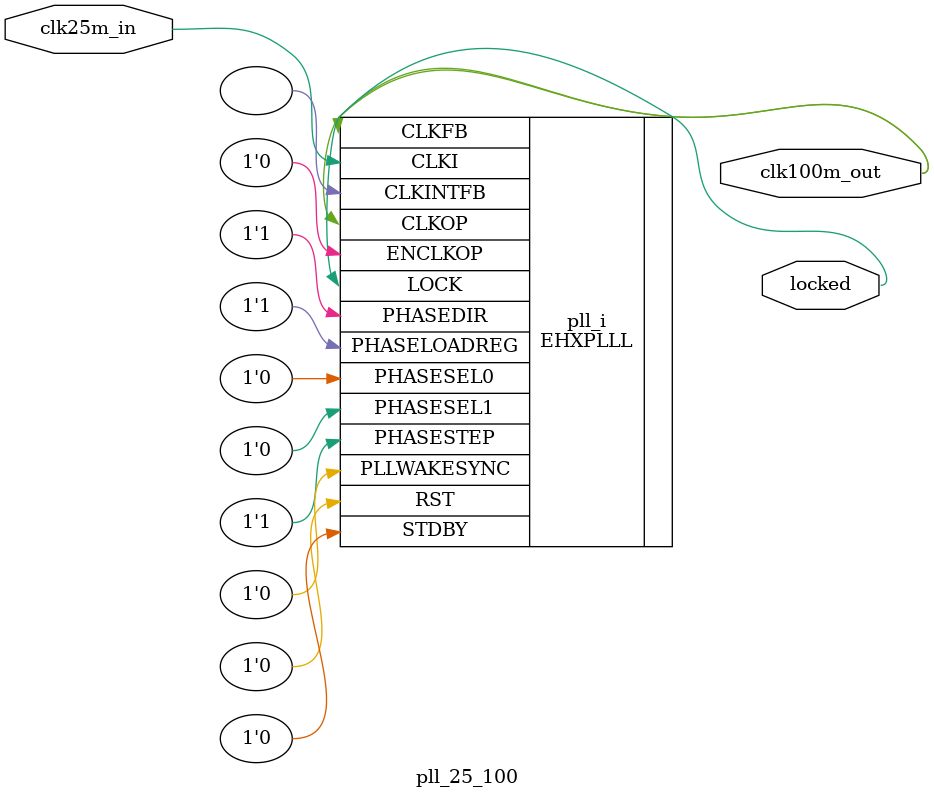
<source format=v>
module pll_25_100
(
    input clk25m_in, // 25 MHz, 0 deg
    output clk100m_out, // 100 MHz, 0 deg
    output locked
);
`ifndef verilator
(* FREQUENCY_PIN_CLKI="25" *)
(* FREQUENCY_PIN_CLKOP="100" *)
(* ICP_CURRENT="12" *) (* LPF_RESISTOR="8" *) (* MFG_ENABLE_FILTEROPAMP="1" *) (* MFG_GMCREF_SEL="2" *)
EHXPLLL #(
        .PLLRST_ENA("DISABLED"),
        .INTFB_WAKE("DISABLED"),
        .STDBY_ENABLE("DISABLED"),
        .DPHASE_SOURCE("DISABLED"),
        .OUTDIVIDER_MUXA("DIVA"),
        .OUTDIVIDER_MUXB("DIVB"),
        .OUTDIVIDER_MUXC("DIVC"),
        .OUTDIVIDER_MUXD("DIVD"),
        .CLKI_DIV(1),
        .CLKOP_ENABLE("ENABLED"),
        .CLKOP_DIV(6),
        .CLKOP_CPHASE(2),
        .CLKOP_FPHASE(0),
        .FEEDBK_PATH("CLKOP"),
        .CLKFB_DIV(4)
    ) pll_i (
        .RST(1'b0),
        .STDBY(1'b0),
        .CLKI(clk25m_in),
        .CLKOP(clk100m_out),
        .CLKFB(clk100m_out),
        .CLKINTFB(),
        .PHASESEL0(1'b0),
        .PHASESEL1(1'b0),
        .PHASEDIR(1'b1),
        .PHASESTEP(1'b1),
        .PHASELOADREG(1'b1),
        .PLLWAKESYNC(1'b0),
        .ENCLKOP(1'b0),
        .LOCK(locked)
	);
`endif
endmodule

</source>
